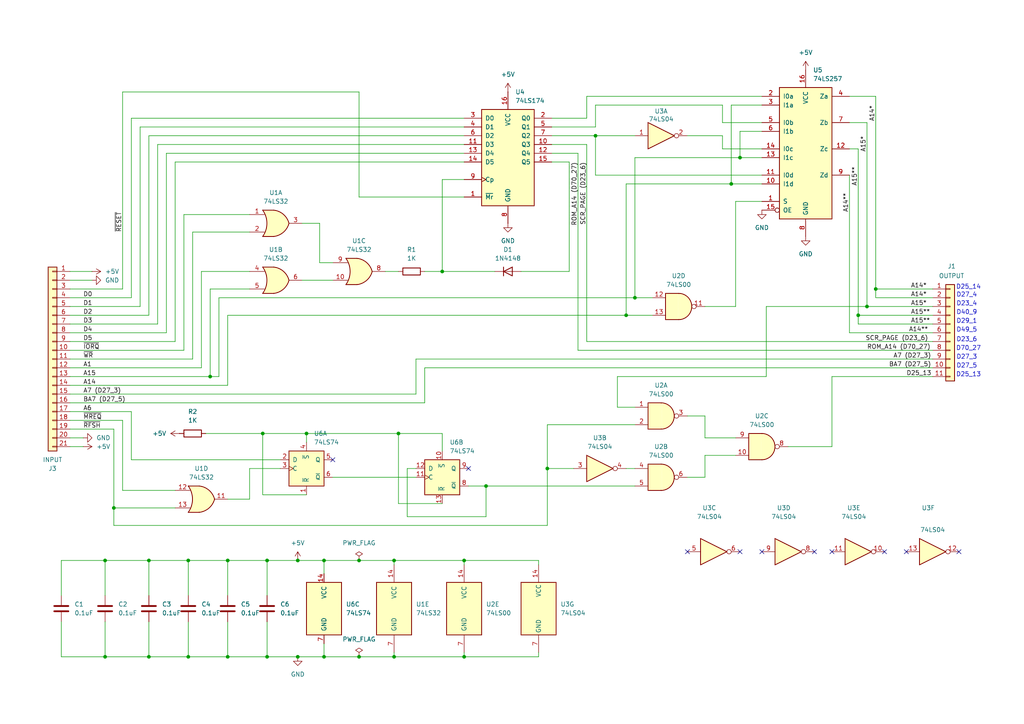
<source format=kicad_sch>
(kicad_sch (version 20250114) (generator "eeschema") (generator_version "9.0")
  (paper "A4")
  (lib_symbols
    (symbol "74xx:74LS00" (pin_names (offset 1.016))
      (property "Reference" "U" (at 0 1.27 0))
      (property "Value" "74LS00" (at 0 -1.27 0))
      (symbol "74LS00_1_1"
        (pin input line (at -7.62 2.54 0) (length 3.81) (name "~") (number "1"))
        (pin input line (at -7.62 -2.54 0) (length 3.81) (name "~") (number "2"))
        (pin output inverted (at 7.62 0 180) (length 3.81) (name "~") (number "3"))
      )
      (symbol "74LS00_1_2"
        (pin input inverted (at -7.62 2.54 0) (length 4.318) (name "~") (number "1"))
        (pin input inverted (at -7.62 -2.54 0) (length 4.318) (name "~") (number "2"))
        (pin output line (at 7.62 0 180) (length 3.81) (name "~") (number "3"))
      )
      (symbol "74LS00_2_1"
        (pin input line (at -7.62 2.54 0) (length 3.81) (name "~") (number "4"))
        (pin input line (at -7.62 -2.54 0) (length 3.81) (name "~") (number "5"))
        (pin output inverted (at 7.62 0 180) (length 3.81) (name "~") (number "6"))
      )
      (symbol "74LS00_2_2"
        (pin input inverted (at -7.62 2.54 0) (length 4.318) (name "~") (number "4"))
        (pin input inverted (at -7.62 -2.54 0) (length 4.318) (name "~") (number "5"))
        (pin output line (at 7.62 0 180) (length 3.81) (name "~") (number "6"))
      )
      (symbol "74LS00_3_1"
        (pin input line (at -7.62 2.54 0) (length 3.81) (name "~") (number "9"))
        (pin input line (at -7.62 -2.54 0) (length 3.81) (name "~") (number "10"))
        (pin output inverted (at 7.62 0 180) (length 3.81) (name "~") (number "8"))
      )
      (symbol "74LS00_3_2"
        (pin input inverted (at -7.62 2.54 0) (length 4.318) (name "~") (number "9"))
        (pin input inverted (at -7.62 -2.54 0) (length 4.318) (name "~") (number "10"))
        (pin output line (at 7.62 0 180) (length 3.81) (name "~") (number "8"))
      )
      (symbol "74LS00_4_1"
        (pin input line (at -7.62 2.54 0) (length 3.81) (name "~") (number "12"))
        (pin input line (at -7.62 -2.54 0) (length 3.81) (name "~") (number "13"))
        (pin output inverted (at 7.62 0 180) (length 3.81) (name "~") (number "11"))
      )
      (symbol "74LS00_4_2"
        (pin input inverted (at -7.62 2.54 0) (length 4.318) (name "~") (number "12"))
        (pin input inverted (at -7.62 -2.54 0) (length 4.318) (name "~") (number "13"))
        (pin output line (at 7.62 0 180) (length 3.81) (name "~") (number "11"))
      )
      (symbol "74LS00_5_0"
        (pin power_in line (at 0 12.7 270) (length 5.08) (name "VCC") (number "14"))
        (pin power_in line (at 0 -12.7 90) (length 5.08) (name "GND") (number "7"))
      )
    )
    (symbol "74xx:74LS04"
      (property "Reference" "U" (at 0 1.27 0))
      (property "Value" "74LS04" (at 0 -1.27 0))
      (symbol "74LS04_1_0"
        (pin input line (at -7.62 0 0) (length 3.81) (name "~") (number "1"))
        (pin output inverted (at 7.62 0 180) (length 3.81) (name "~") (number "2"))
      )
      (symbol "74LS04_2_0"
        (pin input line (at -7.62 0 0) (length 3.81) (name "~") (number "3"))
        (pin output inverted (at 7.62 0 180) (length 3.81) (name "~") (number "4"))
      )
      (symbol "74LS04_3_0"
        (pin input line (at -7.62 0 0) (length 3.81) (name "~") (number "5"))
        (pin output inverted (at 7.62 0 180) (length 3.81) (name "~") (number "6"))
      )
      (symbol "74LS04_4_0"
        (pin input line (at -7.62 0 0) (length 3.81) (name "~") (number "9"))
        (pin output inverted (at 7.62 0 180) (length 3.81) (name "~") (number "8"))
      )
      (symbol "74LS04_5_0"
        (pin input line (at -7.62 0 0) (length 3.81) (name "~") (number "11"))
        (pin output inverted (at 7.62 0 180) (length 3.81) (name "~") (number "10"))
      )
      (symbol "74LS04_6_0"
        (pin input line (at -7.62 0 0) (length 3.81) (name "~") (number "13"))
        (pin output inverted (at 7.62 0 180) (length 3.81) (name "~") (number "12"))
      )
      (symbol "74LS04_7_0"
        (pin power_in line (at 0 12.7 270) (length 5.08) (name "VCC") (number "14"))
        (pin power_in line (at 0 -12.7 90) (length 5.08) (name "GND") (number "7"))
      )
    )
    (symbol "74xx:74LS174" (pin_names (offset 1.016))
      (property "Reference" "U" (at -7.62 13.97 0))
      (property "Value" "74LS174" (at -7.62 -16.51 0))
      (symbol "74LS174_1_0"
        (pin input line (at -12.7 10.16 0) (length 5.08) (name "D0") (number "3"))
        (pin input line (at -12.7 7.62 0) (length 5.08) (name "D1") (number "4"))
        (pin input line (at -12.7 5.08 0) (length 5.08) (name "D2") (number "6"))
        (pin input line (at -12.7 2.54 0) (length 5.08) (name "D3") (number "11"))
        (pin input line (at -12.7 0 0) (length 5.08) (name "D4") (number "13"))
        (pin input line (at -12.7 -2.54 0) (length 5.08) (name "D5") (number "14"))
        (pin input clock (at -12.7 -7.62 0) (length 5.08) (name "Cp") (number "9"))
        (pin input line (at -12.7 -12.7 0) (length 5.08) (name "~{Mr}") (number "1"))
        (pin power_in line (at 0 17.78 270) (length 5.08) (name "VCC") (number "16"))
        (pin power_in line (at 0 -20.32 90) (length 5.08) (name "GND") (number "8"))
        (pin output line (at 12.7 10.16 180) (length 5.08) (name "Q0") (number "2"))
        (pin output line (at 12.7 7.62 180) (length 5.08) (name "Q1") (number "5"))
        (pin output line (at 12.7 5.08 180) (length 5.08) (name "Q2") (number "7"))
        (pin output line (at 12.7 2.54 180) (length 5.08) (name "Q3") (number "10"))
        (pin output line (at 12.7 0 180) (length 5.08) (name "Q4") (number "12"))
        (pin output line (at 12.7 -2.54 180) (length 5.08) (name "Q5") (number "15"))
      )
    )
    (symbol "74xx:74LS257" (pin_names (offset 1.016))
      (property "Reference" "U" (at -7.62 19.05 0))
      (property "Value" "74LS257" (at -7.62 -21.59 0))
      (symbol "74LS257_1_0"
        (pin input line (at -12.7 15.24 0) (length 5.08) (name "I0a") (number "2"))
        (pin input line (at -12.7 12.7 0) (length 5.08) (name "I1a") (number "3"))
        (pin input line (at -12.7 7.62 0) (length 5.08) (name "I0b") (number "5"))
        (pin input line (at -12.7 5.08 0) (length 5.08) (name "I1b") (number "6"))
        (pin input line (at -12.7 0 0) (length 5.08) (name "I0c") (number "14"))
        (pin input line (at -12.7 -2.54 0) (length 5.08) (name "I1c") (number "13"))
        (pin input line (at -12.7 -7.62 0) (length 5.08) (name "I0d") (number "11"))
        (pin input line (at -12.7 -10.16 0) (length 5.08) (name "I1d") (number "10"))
        (pin input line (at -12.7 -15.24 0) (length 5.08) (name "S") (number "1"))
        (pin input inverted (at -12.7 -17.78 0) (length 5.08) (name "OE") (number "15"))
        (pin power_in line (at 0 22.86 270) (length 5.08) (name "VCC") (number "16"))
        (pin power_in line (at 0 -25.4 90) (length 5.08) (name "GND") (number "8"))
        (pin tri_state line (at 12.7 15.24 180) (length 5.08) (name "Za") (number "4"))
        (pin tri_state line (at 12.7 7.62 180) (length 5.08) (name "Zb") (number "7"))
        (pin tri_state line (at 12.7 0 180) (length 5.08) (name "Zc") (number "12"))
        (pin tri_state line (at 12.7 -7.62 180) (length 5.08) (name "Zd") (number "9"))
      )
    )
    (symbol "74xx:74LS32" (pin_names (offset 1.016))
      (property "Reference" "U" (at 0 1.27 0))
      (property "Value" "74LS32" (at 0 -1.27 0))
      (symbol "74LS32_1_1"
        (pin input line (at -7.62 2.54 0) (length 4.318) (name "~") (number "1"))
        (pin input line (at -7.62 -2.54 0) (length 4.318) (name "~") (number "2"))
        (pin output line (at 7.62 0 180) (length 3.81) (name "~") (number "3"))
      )
      (symbol "74LS32_1_2"
        (pin input inverted (at -7.62 2.54 0) (length 3.81) (name "~") (number "1"))
        (pin input inverted (at -7.62 -2.54 0) (length 3.81) (name "~") (number "2"))
        (pin output inverted (at 7.62 0 180) (length 3.81) (name "~") (number "3"))
      )
      (symbol "74LS32_2_1"
        (pin input line (at -7.62 2.54 0) (length 4.318) (name "~") (number "4"))
        (pin input line (at -7.62 -2.54 0) (length 4.318) (name "~") (number "5"))
        (pin output line (at 7.62 0 180) (length 3.81) (name "~") (number "6"))
      )
      (symbol "74LS32_2_2"
        (pin input inverted (at -7.62 2.54 0) (length 3.81) (name "~") (number "4"))
        (pin input inverted (at -7.62 -2.54 0) (length 3.81) (name "~") (number "5"))
        (pin output inverted (at 7.62 0 180) (length 3.81) (name "~") (number "6"))
      )
      (symbol "74LS32_3_1"
        (pin input line (at -7.62 2.54 0) (length 4.318) (name "~") (number "9"))
        (pin input line (at -7.62 -2.54 0) (length 4.318) (name "~") (number "10"))
        (pin output line (at 7.62 0 180) (length 3.81) (name "~") (number "8"))
      )
      (symbol "74LS32_3_2"
        (pin input inverted (at -7.62 2.54 0) (length 3.81) (name "~") (number "9"))
        (pin input inverted (at -7.62 -2.54 0) (length 3.81) (name "~") (number "10"))
        (pin output inverted (at 7.62 0 180) (length 3.81) (name "~") (number "8"))
      )
      (symbol "74LS32_4_1"
        (pin input line (at -7.62 2.54 0) (length 4.318) (name "~") (number "12"))
        (pin input line (at -7.62 -2.54 0) (length 4.318) (name "~") (number "13"))
        (pin output line (at 7.62 0 180) (length 3.81) (name "~") (number "11"))
      )
      (symbol "74LS32_4_2"
        (pin input inverted (at -7.62 2.54 0) (length 3.81) (name "~") (number "12"))
        (pin input inverted (at -7.62 -2.54 0) (length 3.81) (name "~") (number "13"))
        (pin output inverted (at 7.62 0 180) (length 3.81) (name "~") (number "11"))
      )
      (symbol "74LS32_5_0"
        (pin power_in line (at 0 12.7 270) (length 5.08) (name "VCC") (number "14"))
        (pin power_in line (at 0 -12.7 90) (length 5.08) (name "GND") (number "7"))
      )
    )
    (symbol "74xx:74LS74" (pin_names (offset 1.016))
      (property "Reference" "U" (at -7.62 8.89 0))
      (property "Value" "74LS74" (at -7.62 -8.89 0))
      (symbol "74LS74_1_0"
        (pin input line (at -7.62 2.54 0) (length 2.54) (name "D") (number "2"))
        (pin input clock (at -7.62 0 0) (length 2.54) (name "C") (number "3"))
        (pin input line (at 0 7.62 270) (length 2.54) (name "~{S}") (number "4"))
        (pin input line (at 0 -7.62 90) (length 2.54) (name "~{R}") (number "1"))
        (pin output line (at 7.62 2.54 180) (length 2.54) (name "Q") (number "5"))
        (pin output line (at 7.62 -2.54 180) (length 2.54) (name "~{Q}") (number "6"))
      )
      (symbol "74LS74_2_0"
        (pin input line (at -7.62 2.54 0) (length 2.54) (name "D") (number "12"))
        (pin input clock (at -7.62 0 0) (length 2.54) (name "C") (number "11"))
        (pin input line (at 0 7.62 270) (length 2.54) (name "~{S}") (number "10"))
        (pin input line (at 0 -7.62 90) (length 2.54) (name "~{R}") (number "13"))
        (pin output line (at 7.62 2.54 180) (length 2.54) (name "Q") (number "9"))
        (pin output line (at 7.62 -2.54 180) (length 2.54) (name "~{Q}") (number "8"))
      )
      (symbol "74LS74_3_0"
        (pin power_in line (at 0 10.16 270) (length 2.54) (name "VCC") (number "14"))
        (pin power_in line (at 0 -10.16 90) (length 2.54) (name "GND") (number "7"))
      )
    )
    (symbol "Connector_Generic:Conn_01x11" (pin_names (offset 1.016) (hide yes))
      (property "Reference" "J" (at 0 15.24 0))
      (property "Value" "Conn_01x11" (at 0 -15.24 0))
      (symbol "Conn_01x11_1_1"
        (pin passive line (at -5.08 12.7 0) (length 3.81) (name "Pin_1") (number "1"))
        (pin passive line (at -5.08 10.16 0) (length 3.81) (name "Pin_2") (number "2"))
        (pin passive line (at -5.08 7.62 0) (length 3.81) (name "Pin_3") (number "3"))
        (pin passive line (at -5.08 5.08 0) (length 3.81) (name "Pin_4") (number "4"))
        (pin passive line (at -5.08 2.54 0) (length 3.81) (name "Pin_5") (number "5"))
        (pin passive line (at -5.08 0 0) (length 3.81) (name "Pin_6") (number "6"))
        (pin passive line (at -5.08 -2.54 0) (length 3.81) (name "Pin_7") (number "7"))
        (pin passive line (at -5.08 -5.08 0) (length 3.81) (name "Pin_8") (number "8"))
        (pin passive line (at -5.08 -7.62 0) (length 3.81) (name "Pin_9") (number "9"))
        (pin passive line (at -5.08 -10.16 0) (length 3.81) (name "Pin_10") (number "10"))
        (pin passive line (at -5.08 -12.7 0) (length 3.81) (name "Pin_11") (number "11"))
      )
    )
    (symbol "Connector_Generic:Conn_01x21" (pin_names (offset 1.016) (hide yes))
      (property "Reference" "J" (at 0 27.94 0))
      (property "Value" "Conn_01x21" (at 0 -27.94 0))
      (symbol "Conn_01x21_1_1"
        (pin passive line (at -5.08 25.4 0) (length 3.81) (name "Pin_1") (number "1"))
        (pin passive line (at -5.08 22.86 0) (length 3.81) (name "Pin_2") (number "2"))
        (pin passive line (at -5.08 20.32 0) (length 3.81) (name "Pin_3") (number "3"))
        (pin passive line (at -5.08 17.78 0) (length 3.81) (name "Pin_4") (number "4"))
        (pin passive line (at -5.08 15.24 0) (length 3.81) (name "Pin_5") (number "5"))
        (pin passive line (at -5.08 12.7 0) (length 3.81) (name "Pin_6") (number "6"))
        (pin passive line (at -5.08 10.16 0) (length 3.81) (name "Pin_7") (number "7"))
        (pin passive line (at -5.08 7.62 0) (length 3.81) (name "Pin_8") (number "8"))
        (pin passive line (at -5.08 5.08 0) (length 3.81) (name "Pin_9") (number "9"))
        (pin passive line (at -5.08 2.54 0) (length 3.81) (name "Pin_10") (number "10"))
        (pin passive line (at -5.08 0 0) (length 3.81) (name "Pin_11") (number "11"))
        (pin passive line (at -5.08 -2.54 0) (length 3.81) (name "Pin_12") (number "12"))
        (pin passive line (at -5.08 -5.08 0) (length 3.81) (name "Pin_13") (number "13"))
        (pin passive line (at -5.08 -7.62 0) (length 3.81) (name "Pin_14") (number "14"))
        (pin passive line (at -5.08 -10.16 0) (length 3.81) (name "Pin_15") (number "15"))
        (pin passive line (at -5.08 -12.7 0) (length 3.81) (name "Pin_16") (number "16"))
        (pin passive line (at -5.08 -15.24 0) (length 3.81) (name "Pin_17") (number "17"))
        (pin passive line (at -5.08 -17.78 0) (length 3.81) (name "Pin_18") (number "18"))
        (pin passive line (at -5.08 -20.32 0) (length 3.81) (name "Pin_19") (number "19"))
        (pin passive line (at -5.08 -22.86 0) (length 3.81) (name "Pin_20") (number "20"))
        (pin passive line (at -5.08 -25.4 0) (length 3.81) (name "Pin_21") (number "21"))
      )
    )
    (symbol "Device:C" (pin_numbers (hide yes)) (pin_names (offset 0.254))
      (property "Reference" "C" (at 0.635 2.54 0))
      (property "Value" "C" (at 0.635 -2.54 0))
      (symbol "C_1_1"
        (pin passive line (at 0 3.81 270) (length 2.794) (name "~") (number "1"))
        (pin passive line (at 0 -3.81 90) (length 2.794) (name "~") (number "2"))
      )
    )
    (symbol "Device:D" (pin_numbers (hide yes)) (pin_names (offset 1.016) (hide yes))
      (property "Reference" "D" (at 0 2.54 0))
      (property "Value" "D" (at 0 -2.54 0))
      (symbol "D_1_1"
        (pin passive line (at -3.81 0 0) (length 2.54) (name "K") (number "1"))
        (pin passive line (at 3.81 0 180) (length 2.54) (name "A") (number "2"))
      )
    )
    (symbol "Device:R" (pin_numbers (hide yes)) (pin_names (offset 0))
      (property "Reference" "R" (at 2.032 0 90))
      (property "Value" "R" (at 0 0 90))
      (symbol "R_1_1"
        (pin passive line (at 0 3.81 270) (length 1.27) (name "~") (number "1"))
        (pin passive line (at 0 -3.81 90) (length 1.27) (name "~") (number "2"))
      )
    )
    (symbol "power:+5V" (power) (pin_numbers (hide yes)) (pin_names (offset 0) (hide yes))
      (property "Value" "+5V" (at 0 3.556 0))
      (symbol "+5V_1_1"
        (pin power_in line (at 0 0 90) (length 0) (name "~") (number "1"))
      )
    )
    (symbol "power:GND" (power) (pin_numbers (hide yes)) (pin_names (offset 0) (hide yes))
      (property "Value" "GND" (at 0 -3.81 0))
      (symbol "GND_1_1"
        (pin power_in line (at 0 0 270) (length 0) (name "~") (number "1"))
      )
    )
    (symbol "power:PWR_FLAG" (power) (pin_numbers (hide yes)) (pin_names (offset 0) (hide yes))
      (property "Value" "PWR_FLAG" (at 0 3.81 0))
      (symbol "PWR_FLAG_0_0"
        (pin power_out line (at 0 0 90) (length 0) (name "~") (number "1"))
      )
    )
  )
  (text "D70_27" (at 280.924 101.092 0) (effects (font (size 1.27 1.27))))
  (text "D25_14" (at 280.924 83.312 0) (effects (font (size 1.27 1.27))))
  (text "D40_9" (at 280.416 90.678 0) (effects (font (size 1.27 1.27))))
  (text "D27_3" (at 280.416 103.632 0) (effects (font (size 1.27 1.27))))
  (text "D29_1" (at 280.416 93.218 0) (effects (font (size 1.27 1.27))))
  (text "D27_4" (at 280.416 85.598 0) (effects (font (size 1.27 1.27))))
  (text "D49_5" (at 280.416 95.758 0) (effects (font (size 1.27 1.27))))
  (text "D23_4" (at 280.416 88.138 0) (effects (font (size 1.27 1.27))))
  (text "D25_13" (at 280.924 108.712 0) (effects (font (size 1.27 1.27))))
  (text "D23_6" (at 280.416 98.552 0) (effects (font (size 1.27 1.27))))
  (text "D27_5" (at 280.416 106.172 0) (effects (font (size 1.27 1.27))))
  (junction (at 104.14 162.56))
  (junction (at 66.04 162.56))
  (junction (at 77.47 162.56))
  (junction (at 88.9 125.73))
  (junction (at 172.72 39.37))
  (junction (at 86.36 162.56))
  (junction (at 93.98 190.5))
  (junction (at 33.02 147.32))
  (junction (at 104.14 190.5))
  (junction (at 66.04 190.5))
  (junction (at 77.47 190.5))
  (junction (at 43.18 190.5))
  (junction (at 214.63 45.72))
  (junction (at 128.27 78.74))
  (junction (at 134.62 190.5))
  (junction (at 114.3 162.56))
  (junction (at 30.48 162.56))
  (junction (at 30.48 190.5))
  (junction (at 76.2 125.73))
  (junction (at 114.3 190.5))
  (junction (at 43.18 162.56))
  (junction (at 60.96 109.22))
  (junction (at 134.62 162.56))
  (junction (at 212.09 53.34))
  (junction (at 140.97 140.97))
  (junction (at 158.75 135.89))
  (junction (at 54.61 190.5))
  (junction (at 54.61 162.56))
  (junction (at 86.36 190.5))
  (junction (at 93.98 162.56))
  (junction (at 115.57 125.73))
  (junction (at 251.46 88.9))
  (junction (at 254 83.82))
  (junction (at 184.15 86.36))
  (junction (at 181.61 91.44))
  (junction (at 248.92 91.44))
  (no_connect (at 220.98 160.02))
  (no_connect (at 262.89 160.02))
  (no_connect (at 241.3 160.02))
  (no_connect (at 135.89 135.89))
  (no_connect (at 256.54 160.02))
  (no_connect (at 236.22 160.02))
  (no_connect (at 278.13 160.02))
  (no_connect (at 214.63 160.02))
  (no_connect (at 199.39 160.02))
  (no_connect (at 96.52 133.35))
  (wire (pts (xy 158.75 135.89) (xy 158.75 123.19)))
  (wire (pts (xy 199.39 138.43) (xy 204.47 138.43)))
  (wire (pts (xy 140.97 149.86) (xy 118.11 149.86)))
  (wire (pts (xy 96.52 81.28) (xy 87.63 81.28)))
  (wire (pts (xy 114.3 190.5) (xy 134.62 190.5)))
  (wire (pts (xy 30.48 180.34) (xy 30.48 190.5)))
  (wire (pts (xy 93.98 186.69) (xy 93.98 190.5)))
  (wire (pts (xy 134.62 39.37) (xy 43.18 39.37)))
  (wire (pts (xy 135.89 140.97) (xy 140.97 140.97)))
  (wire (pts (xy 50.8 142.24) (xy 35.56 142.24)))
  (wire (pts (xy 156.21 162.56) (xy 156.21 163.83)))
  (wire (pts (xy 160.02 44.45) (xy 167.64 44.45)))
  (wire (pts (xy 66.04 162.56) (xy 66.04 172.72)))
  (wire (pts (xy 38.1 133.35) (xy 38.1 119.38)))
  (wire (pts (xy 66.04 162.56) (xy 77.47 162.56)))
  (wire (pts (xy 77.47 190.5) (xy 86.36 190.5)))
  (wire (pts (xy 120.65 114.3) (xy 120.65 104.14)))
  (wire (pts (xy 76.2 125.73) (xy 88.9 125.73)))
  (wire (pts (xy 181.61 135.89) (xy 184.15 135.89)))
  (wire (pts (xy 17.78 180.34) (xy 17.78 190.5)))
  (wire (pts (xy 43.18 180.34) (xy 43.18 190.5)))
  (wire (pts (xy 17.78 162.56) (xy 30.48 162.56)))
  (wire (pts (xy 228.6 129.54) (xy 241.3 129.54)))
  (wire (pts (xy 213.36 58.42) (xy 220.98 58.42)))
  (wire (pts (xy 134.62 189.23) (xy 134.62 190.5)))
  (wire (pts (xy 158.75 123.19) (xy 184.15 123.19)))
  (wire (pts (xy 204.47 88.9) (xy 213.36 88.9)))
  (wire (pts (xy 214.63 45.72) (xy 220.98 45.72)))
  (wire (pts (xy 54.61 180.34) (xy 54.61 190.5)))
  (wire (pts (xy 165.1 78.74) (xy 151.13 78.74)))
  (wire (pts (xy 20.32 88.9) (xy 40.64 88.9)))
  (wire (pts (xy 87.63 64.77) (xy 92.71 64.77)))
  (wire (pts (xy 76.2 125.73) (xy 76.2 143.51)))
  (wire (pts (xy 20.32 99.06) (xy 50.8 99.06)))
  (wire (pts (xy 246.38 43.18) (xy 248.92 43.18)))
  (wire (pts (xy 220.98 50.8) (xy 172.72 50.8)))
  (wire (pts (xy 33.02 147.32) (xy 33.02 152.4)))
  (wire (pts (xy 140.97 140.97) (xy 184.15 140.97)))
  (wire (pts (xy 128.27 52.07) (xy 128.27 78.74)))
  (wire (pts (xy 158.75 152.4) (xy 158.75 135.89)))
  (wire (pts (xy 209.55 43.18) (xy 209.55 39.37)))
  (wire (pts (xy 209.55 35.56) (xy 209.55 30.48)))
  (wire (pts (xy 134.62 52.07) (xy 128.27 52.07)))
  (wire (pts (xy 214.63 45.72) (xy 184.15 45.72)))
  (wire (pts (xy 248.92 43.18) (xy 248.92 91.44)))
  (wire (pts (xy 86.36 162.56) (xy 93.98 162.56)))
  (wire (pts (xy 134.62 162.56) (xy 134.62 163.83)))
  (wire (pts (xy 204.47 127) (xy 204.47 120.65)))
  (wire (pts (xy 20.32 83.82) (xy 35.56 83.82)))
  (wire (pts (xy 88.9 143.51) (xy 76.2 143.51)))
  (wire (pts (xy 17.78 190.5) (xy 30.48 190.5)))
  (wire (pts (xy 30.48 162.56) (xy 43.18 162.56)))
  (wire (pts (xy 167.64 101.6) (xy 270.51 101.6)))
  (wire (pts (xy 54.61 162.56) (xy 66.04 162.56)))
  (wire (pts (xy 86.36 190.5) (xy 93.98 190.5)))
  (wire (pts (xy 241.3 109.22) (xy 270.51 109.22)))
  (wire (pts (xy 172.72 36.83) (xy 160.02 36.83)))
  (wire (pts (xy 63.5 109.22) (xy 63.5 86.36)))
  (wire (pts (xy 172.72 39.37) (xy 184.15 39.37)))
  (wire (pts (xy 77.47 180.34) (xy 77.47 190.5)))
  (wire (pts (xy 213.36 127) (xy 204.47 127)))
  (wire (pts (xy 38.1 86.36) (xy 38.1 34.29)))
  (wire (pts (xy 77.47 162.56) (xy 86.36 162.56)))
  (wire (pts (xy 60.96 109.22) (xy 60.96 83.82)))
  (wire (pts (xy 114.3 162.56) (xy 134.62 162.56)))
  (wire (pts (xy 59.69 125.73) (xy 76.2 125.73)))
  (wire (pts (xy 43.18 190.5) (xy 54.61 190.5)))
  (wire (pts (xy 24.13 129.54) (xy 20.32 129.54)))
  (wire (pts (xy 54.61 162.56) (xy 54.61 172.72)))
  (wire (pts (xy 172.72 39.37) (xy 160.02 39.37)))
  (wire (pts (xy 246.38 35.56) (xy 251.46 35.56)))
  (wire (pts (xy 128.27 125.73) (xy 115.57 125.73)))
  (wire (pts (xy 92.71 64.77) (xy 92.71 76.2)))
  (wire (pts (xy 104.14 57.15) (xy 134.62 57.15)))
  (wire (pts (xy 170.18 34.29) (xy 170.18 27.94)))
  (wire (pts (xy 128.27 130.81) (xy 128.27 125.73)))
  (wire (pts (xy 246.38 96.52) (xy 270.51 96.52)))
  (wire (pts (xy 134.62 44.45) (xy 48.26 44.45)))
  (wire (pts (xy 40.64 36.83) (xy 134.62 36.83)))
  (wire (pts (xy 212.09 30.48) (xy 212.09 53.34)))
  (wire (pts (xy 172.72 50.8) (xy 172.72 39.37)))
  (wire (pts (xy 209.55 30.48) (xy 172.72 30.48)))
  (wire (pts (xy 20.32 96.52) (xy 48.26 96.52)))
  (wire (pts (xy 48.26 44.45) (xy 48.26 96.52)))
  (wire (pts (xy 254 27.94) (xy 254 83.82)))
  (wire (pts (xy 45.72 41.91) (xy 45.72 93.98)))
  (wire (pts (xy 170.18 41.91) (xy 170.18 99.06)))
  (wire (pts (xy 50.8 99.06) (xy 50.8 46.99)))
  (wire (pts (xy 181.61 91.44) (xy 181.61 53.34)))
  (wire (pts (xy 118.11 135.89) (xy 120.65 135.89)))
  (wire (pts (xy 43.18 162.56) (xy 43.18 172.72)))
  (wire (pts (xy 20.32 114.3) (xy 120.65 114.3)))
  (wire (pts (xy 60.96 83.82) (xy 72.39 83.82)))
  (wire (pts (xy 20.32 106.68) (xy 58.42 106.68)))
  (wire (pts (xy 43.18 162.56) (xy 54.61 162.56)))
  (wire (pts (xy 24.13 127) (xy 20.32 127)))
  (wire (pts (xy 134.62 190.5) (xy 156.21 190.5)))
  (wire (pts (xy 248.92 91.44) (xy 270.51 91.44)))
  (wire (pts (xy 50.8 46.99) (xy 134.62 46.99)))
  (wire (pts (xy 63.5 86.36) (xy 184.15 86.36)))
  (wire (pts (xy 35.56 26.67) (xy 104.14 26.67)))
  (wire (pts (xy 251.46 88.9) (xy 222.25 88.9)))
  (wire (pts (xy 20.32 109.22) (xy 60.96 109.22)))
  (wire (pts (xy 20.32 91.44) (xy 43.18 91.44)))
  (wire (pts (xy 54.61 190.5) (xy 66.04 190.5)))
  (wire (pts (xy 96.52 138.43) (xy 120.65 138.43)))
  (wire (pts (xy 17.78 172.72) (xy 17.78 162.56)))
  (wire (pts (xy 128.27 146.05) (xy 115.57 146.05)))
  (wire (pts (xy 204.47 138.43) (xy 204.47 132.08)))
  (wire (pts (xy 160.02 34.29) (xy 170.18 34.29)))
  (wire (pts (xy 66.04 190.5) (xy 77.47 190.5)))
  (wire (pts (xy 66.04 180.34) (xy 66.04 190.5)))
  (wire (pts (xy 35.56 83.82) (xy 35.56 26.67)))
  (wire (pts (xy 60.96 109.22) (xy 63.5 109.22)))
  (wire (pts (xy 120.65 104.14) (xy 270.51 104.14)))
  (wire (pts (xy 114.3 162.56) (xy 114.3 163.83)))
  (wire (pts (xy 72.39 144.78) (xy 66.04 144.78)))
  (wire (pts (xy 172.72 30.48) (xy 172.72 36.83)))
  (wire (pts (xy 58.42 106.68) (xy 58.42 78.74)))
  (wire (pts (xy 40.64 88.9) (xy 40.64 36.83)))
  (wire (pts (xy 93.98 162.56) (xy 104.14 162.56)))
  (wire (pts (xy 251.46 88.9) (xy 270.51 88.9)))
  (wire (pts (xy 30.48 190.5) (xy 43.18 190.5)))
  (wire (pts (xy 248.92 91.44) (xy 248.92 93.98)))
  (wire (pts (xy 241.3 129.54) (xy 241.3 109.22)))
  (wire (pts (xy 20.32 124.46) (xy 33.02 124.46)))
  (wire (pts (xy 20.32 86.36) (xy 38.1 86.36)))
  (wire (pts (xy 160.02 46.99) (xy 165.1 46.99)))
  (wire (pts (xy 134.62 41.91) (xy 45.72 41.91)))
  (wire (pts (xy 72.39 135.89) (xy 81.28 135.89)))
  (wire (pts (xy 158.75 135.89) (xy 166.37 135.89)))
  (wire (pts (xy 93.98 190.5) (xy 104.14 190.5)))
  (wire (pts (xy 20.32 93.98) (xy 45.72 93.98)))
  (wire (pts (xy 38.1 34.29) (xy 134.62 34.29)))
  (wire (pts (xy 181.61 53.34) (xy 212.09 53.34)))
  (wire (pts (xy 88.9 125.73) (xy 88.9 128.27)))
  (wire (pts (xy 213.36 88.9) (xy 213.36 58.42)))
  (wire (pts (xy 123.19 78.74) (xy 128.27 78.74)))
  (wire (pts (xy 170.18 99.06) (xy 270.51 99.06)))
  (wire (pts (xy 115.57 125.73) (xy 88.9 125.73)))
  (wire (pts (xy 53.34 62.23) (xy 72.39 62.23)))
  (wire (pts (xy 246.38 50.8) (xy 246.38 96.52)))
  (wire (pts (xy 204.47 132.08) (xy 213.36 132.08)))
  (wire (pts (xy 66.04 91.44) (xy 181.61 91.44)))
  (wire (pts (xy 251.46 35.56) (xy 251.46 88.9)))
  (wire (pts (xy 72.39 144.78) (xy 72.39 135.89)))
  (wire (pts (xy 184.15 86.36) (xy 189.23 86.36)))
  (wire (pts (xy 214.63 38.1) (xy 214.63 45.72)))
  (wire (pts (xy 104.14 162.56) (xy 114.3 162.56)))
  (wire (pts (xy 104.14 190.5) (xy 114.3 190.5)))
  (wire (pts (xy 81.28 133.35) (xy 38.1 133.35)))
  (wire (pts (xy 66.04 111.76) (xy 66.04 91.44)))
  (wire (pts (xy 114.3 189.23) (xy 114.3 190.5)))
  (wire (pts (xy 33.02 152.4) (xy 158.75 152.4)))
  (wire (pts (xy 254 83.82) (xy 270.51 83.82)))
  (wire (pts (xy 20.32 111.76) (xy 66.04 111.76)))
  (wire (pts (xy 212.09 53.34) (xy 220.98 53.34)))
  (wire (pts (xy 118.11 149.86) (xy 118.11 135.89)))
  (wire (pts (xy 179.07 118.11) (xy 184.15 118.11)))
  (wire (pts (xy 55.88 104.14) (xy 55.88 67.31)))
  (wire (pts (xy 53.34 101.6) (xy 53.34 62.23)))
  (wire (pts (xy 170.18 27.94) (xy 220.98 27.94)))
  (wire (pts (xy 248.92 93.98) (xy 270.51 93.98)))
  (wire (pts (xy 220.98 43.18) (xy 209.55 43.18)))
  (wire (pts (xy 270.51 86.36) (xy 254 86.36)))
  (wire (pts (xy 209.55 39.37) (xy 199.39 39.37)))
  (wire (pts (xy 179.07 109.22) (xy 179.07 118.11)))
  (wire (pts (xy 30.48 162.56) (xy 30.48 172.72)))
  (wire (pts (xy 123.19 106.68) (xy 270.51 106.68)))
  (wire (pts (xy 156.21 190.5) (xy 156.21 189.23)))
  (wire (pts (xy 160.02 41.91) (xy 170.18 41.91)))
  (wire (pts (xy 33.02 124.46) (xy 33.02 147.32)))
  (wire (pts (xy 222.25 109.22) (xy 179.07 109.22)))
  (wire (pts (xy 115.57 78.74) (xy 111.76 78.74)))
  (wire (pts (xy 220.98 35.56) (xy 209.55 35.56)))
  (wire (pts (xy 33.02 147.32) (xy 50.8 147.32)))
  (wire (pts (xy 20.32 116.84) (xy 123.19 116.84)))
  (wire (pts (xy 93.98 162.56) (xy 93.98 166.37)))
  (wire (pts (xy 26.67 78.74) (xy 20.32 78.74)))
  (wire (pts (xy 184.15 45.72) (xy 184.15 86.36)))
  (wire (pts (xy 165.1 46.99) (xy 165.1 78.74)))
  (wire (pts (xy 77.47 162.56) (xy 77.47 172.72)))
  (wire (pts (xy 43.18 39.37) (xy 43.18 91.44)))
  (wire (pts (xy 246.38 27.94) (xy 254 27.94)))
  (wire (pts (xy 254 86.36) (xy 254 83.82)))
  (wire (pts (xy 20.32 104.14) (xy 55.88 104.14)))
  (wire (pts (xy 20.32 121.92) (xy 35.56 121.92)))
  (wire (pts (xy 104.14 26.67) (xy 104.14 57.15)))
  (wire (pts (xy 123.19 116.84) (xy 123.19 106.68)))
  (wire (pts (xy 181.61 91.44) (xy 189.23 91.44)))
  (wire (pts (xy 115.57 125.73) (xy 115.57 146.05)))
  (wire (pts (xy 220.98 30.48) (xy 212.09 30.48)))
  (wire (pts (xy 134.62 162.56) (xy 156.21 162.56)))
  (wire (pts (xy 20.32 101.6) (xy 53.34 101.6)))
  (wire (pts (xy 128.27 78.74) (xy 143.51 78.74)))
  (wire (pts (xy 55.88 67.31) (xy 72.39 67.31)))
  (wire (pts (xy 222.25 88.9) (xy 222.25 109.22)))
  (wire (pts (xy 220.98 38.1) (xy 214.63 38.1)))
  (wire (pts (xy 140.97 140.97) (xy 140.97 149.86)))
  (wire (pts (xy 58.42 78.74) (xy 72.39 78.74)))
  (wire (pts (xy 26.67 81.28) (xy 20.32 81.28)))
  (wire (pts (xy 20.32 119.38) (xy 38.1 119.38)))
  (wire (pts (xy 167.64 44.45) (xy 167.64 101.6)))
  (wire (pts (xy 204.47 120.65) (xy 199.39 120.65)))
  (wire (pts (xy 92.71 76.2) (xy 96.52 76.2)))
  (wire (pts (xy 35.56 142.24) (xy 35.56 121.92)))
  (label "D4" (at 24.13 96.52 0))
  (label "A14*" (at 254 30.48 270))
  (label "A6" (at 24.13 119.38 0))
  (label "D5" (at 24.13 99.06 0))
  (label "A14*" (at 264.16 86.36 0))
  (label "D3" (at 24.13 93.98 0))
  (label "ROM_A14 (D70_27)" (at 167.64 46.99 270))
  (label "A15**" (at 264.16 93.98 0))
  (label "~{WR}" (at 24.13 104.14 0))
  (label "A7 (D27_3)" (at 24.13 114.3 0))
  (label "A15**" (at 248.92 48.26 270))
  (label "A15" (at 24.13 109.22 0))
  (label "SCR_PAGE (D23_6)" (at 170.18 46.99 270))
  (label "BA7 (D27_5)" (at 257.81 106.68 0))
  (label "A14*" (at 264.16 83.82 0))
  (label "~{IORQ}" (at 24.13 101.6 0))
  (label "A15*" (at 251.46 39.37 270))
  (label "BA7 (D27_5)" (at 24.13 116.84 0))
  (label "A7 (D27_3)" (at 259.08 104.14 0))
  (label "D0" (at 24.13 86.36 0))
  (label "A14**" (at 246.38 55.88 270))
  (label "~{RFSH}" (at 24.13 124.46 0))
  (label "D2" (at 24.13 91.44 0))
  (label "~{MREQ}" (at 24.13 121.92 0))
  (label "D25_13" (at 262.89 109.22 0))
  (label "D1" (at 24.13 88.9 0))
  (label "A15*" (at 264.16 88.9 0))
  (label "A1" (at 24.13 106.68 0))
  (label "SCR_PAGE (D23_6)" (at 269.24 99.06 180))
  (label "A14" (at 24.13 111.76 0))
  (label "A14**" (at 269.24 96.52 180))
  (label "A15**" (at 264.16 91.44 0))
  (label "ROM_A14 (D70_27)" (at 251.46 101.6 0))
  (label "~{RESET}" (at 35.56 67.31 90))
  (symbol (lib_id "power:+5V") (at 86.36 162.56 0) (unit 1)
    (property "Reference" "#PWR09" (effects (hide yes)))
    (property "Value" "+5V" (at 86.36 157.48 0))
    (property "Description" "Power symbol creates a global label with name \"+5V\"" (effects (hide yes)))
  )
  (symbol (lib_id "74xx:74LS00") (at 191.77 120.65 0) (unit 1)
    (property "Reference" "U2" (at 191.7617 111.76 0))
    (property "Value" "74LS00" (at 191.7617 114.3 0))
    (property "Footprint" "Package_DIP:DIP-14_W7.62mm_Socket_LongPads" (effects (hide yes)))
    (property "Datasheet" "http://www.ti.com/lit/gpn/sn74ls00" (effects (hide yes)))
    (property "Description" "quad 2-input NAND gate" (effects (hide yes)))
  )
  (symbol (lib_id "74xx:74LS00") (at 191.77 138.43 0) (unit 2)
    (property "Reference" "U2" (at 191.7617 129.54 0))
    (property "Value" "74LS00" (at 191.7617 132.08 0))
    (property "Footprint" "Package_DIP:DIP-14_W7.62mm_Socket_LongPads" (effects (hide yes)))
    (property "Datasheet" "http://www.ti.com/lit/gpn/sn74ls00" (effects (hide yes)))
    (property "Description" "quad 2-input NAND gate" (effects (hide yes)))
  )
  (symbol (lib_id "power:+5V") (at 26.67 78.74 270) (unit 1)
    (property "Reference" "#PWR02" (effects (hide yes)))
    (property "Value" "+5V" (at 30.48 78.7399 90) (effects (justify left)))
    (property "Description" "Power symbol creates a global label with name \"+5V\"" (effects (hide yes)))
  )
  (symbol (lib_id "Device:C") (at 77.47 176.53 0) (unit 1)
    (property "Reference" "C6" (at 81.28 175.2599 0) (effects (justify left)))
    (property "Value" "0.1uF" (at 81.28 177.7999 0) (effects (justify left)))
    (property "Footprint" "Capacitor_THT:C_Disc_D7.5mm_W2.5mm_P5.00mm" (effects (hide yes)))
    (property "Description" "Unpolarized capacitor" (effects (hide yes)))
  )
  (symbol (lib_id "74xx:74LS174") (at 147.32 44.45 0) (unit 1)
    (property "Reference" "U4" (at 149.4633 26.67 0) (effects (justify left)))
    (property "Value" "74LS174" (at 149.4633 29.21 0) (effects (justify left)))
    (property "Footprint" "Package_DIP:DIP-16_W7.62mm_Socket_LongPads" (effects (hide yes)))
    (property "Datasheet" "http://www.ti.com/lit/gpn/sn74LS174" (effects (hide yes)))
    (property "Description" "Hex D-type Flip-Flop, reset" (effects (hide yes)))
  )
  (symbol (lib_id "74xx:74LS32") (at 58.42 144.78 0) (unit 4)
    (property "Reference" "U1" (at 58.42 135.89 0))
    (property "Value" "74LS32" (at 58.42 138.43 0))
    (property "Footprint" "Package_DIP:DIP-14_W7.62mm_Socket_LongPads" (effects (hide yes)))
    (property "Datasheet" "http://www.ti.com/lit/gpn/sn74LS32" (effects (hide yes)))
    (property "Description" "Quad 2-input OR" (effects (hide yes)))
  )
  (symbol (lib_id "power:GND") (at 24.13 127 90) (unit 1)
    (property "Reference" "#PWR012" (effects (hide yes)))
    (property "Value" "GND" (at 27.94 126.9999 90) (effects (justify right)))
    (property "Description" "Power symbol creates a global label with name \"GND\" , ground" (effects (hide yes)))
  )
  (symbol (lib_id "power:GND") (at 147.32 64.77 0) (unit 1)
    (property "Reference" "#PWR05" (effects (hide yes)))
    (property "Value" "GND" (at 147.32 69.85 0))
    (property "Description" "Power symbol creates a global label with name \"GND\" , ground" (effects (hide yes)))
  )
  (symbol (lib_id "74xx:74LS04") (at 173.99 135.89 0) (unit 2)
    (property "Reference" "U3" (at 173.99 127 0))
    (property "Value" "74LS04" (at 173.99 129.54 0))
    (property "Footprint" "Package_DIP:DIP-14_W7.62mm_Socket_LongPads" (effects (hide yes)))
    (property "Datasheet" "http://www.ti.com/lit/gpn/sn74LS04" (effects (hide yes)))
    (property "Description" "Hex Inverter" (effects (hide yes)))
  )
  (symbol (lib_id "74xx:74LS74") (at 88.9 135.89 0) (unit 1)
    (property "Reference" "U6" (at 91.0433 125.73 0) (effects (justify left)))
    (property "Value" "74LS74" (at 91.0433 128.27 0) (effects (justify left)))
    (property "Footprint" "Package_DIP:DIP-14_W7.62mm_Socket_LongPads" (effects (hide yes)))
    (property "Datasheet" "74xx/74hc_hct74.pdf" (effects (hide yes)))
    (property "Description" "Dual D Flip-flop, Set & Reset" (effects (hide yes)))
  )
  (symbol (lib_id "Device:C") (at 43.18 176.53 0) (unit 1)
    (property "Reference" "C3" (at 46.99 175.2599 0) (effects (justify left)))
    (property "Value" "0.1uF" (at 46.99 177.7999 0) (effects (justify left)))
    (property "Footprint" "Capacitor_THT:C_Disc_D7.5mm_W2.5mm_P5.00mm" (effects (hide yes)))
    (property "Description" "Unpolarized capacitor" (effects (hide yes)))
  )
  (symbol (lib_id "74xx:74LS32") (at 114.3 176.53 0) (unit 5)
    (property "Reference" "U1" (at 120.65 175.2599 0) (effects (justify left)))
    (property "Value" "74LS32" (at 120.65 177.7999 0) (effects (justify left)))
    (property "Footprint" "Package_DIP:DIP-14_W7.62mm_Socket_LongPads" (effects (hide yes)))
    (property "Datasheet" "http://www.ti.com/lit/gpn/sn74LS32" (effects (hide yes)))
    (property "Description" "Quad 2-input OR" (effects (hide yes)))
  )
  (symbol (lib_id "power:GND") (at 220.98 60.96 0) (unit 1)
    (property "Reference" "#PWR04" (effects (hide yes)))
    (property "Value" "GND" (at 220.98 66.04 0))
    (property "Description" "Power symbol creates a global label with name \"GND\" , ground" (effects (hide yes)))
  )
  (symbol (lib_id "power:GND") (at 86.36 190.5 0) (unit 1)
    (property "Reference" "#PWR010" (effects (hide yes)))
    (property "Value" "GND" (at 86.36 195.58 0))
    (property "Description" "Power symbol creates a global label with name \"GND\" , ground" (effects (hide yes)))
  )
  (symbol (lib_id "Device:C") (at 66.04 176.53 0) (unit 1)
    (property "Reference" "C5" (at 69.85 175.2599 0) (effects (justify left)))
    (property "Value" "0.1uF" (at 69.85 177.7999 0) (effects (justify left)))
    (property "Footprint" "Capacitor_THT:C_Disc_D7.5mm_W2.5mm_P5.00mm" (effects (hide yes)))
    (property "Description" "Unpolarized capacitor" (effects (hide yes)))
  )
  (symbol (lib_id "Device:R") (at 55.88 125.73 90) (unit 1)
    (property "Reference" "R2" (at 55.88 119.38 90))
    (property "Value" "1K" (at 55.88 121.92 90))
    (property "Footprint" "Resistor_THT:R_Axial_DIN0207_L6.3mm_D2.5mm_P10.16mm_Horizontal" (effects (hide yes)))
    (property "Description" "Resistor" (effects (hide yes)))
  )
  (symbol (lib_id "74xx:74LS32") (at 104.14 78.74 0) (unit 3)
    (property "Reference" "U1" (at 104.14 69.85 0))
    (property "Value" "74LS32" (at 104.14 72.39 0))
    (property "Footprint" "Package_DIP:DIP-14_W7.62mm_Socket_LongPads" (effects (hide yes)))
    (property "Datasheet" "http://www.ti.com/lit/gpn/sn74LS32" (effects (hide yes)))
    (property "Description" "Quad 2-input OR" (effects (hide yes)))
  )
  (symbol (lib_id "74xx:74LS32") (at 80.01 81.28 0) (unit 2)
    (property "Reference" "U1" (at 80.01 72.39 0))
    (property "Value" "74LS32" (at 80.01 74.93 0))
    (property "Footprint" "Package_DIP:DIP-14_W7.62mm_Socket_LongPads" (effects (hide yes)))
    (property "Datasheet" "http://www.ti.com/lit/gpn/sn74LS32" (effects (hide yes)))
    (property "Description" "Quad 2-input OR" (effects (hide yes)))
  )
  (symbol (lib_id "Connector_Generic:Conn_01x21") (at 15.24 104.14 0) (mirror y) (unit 1)
    (property "Reference" "J3" (at 15.24 135.89 0))
    (property "Value" "INPUT" (at 15.24 133.35 0))
    (property "Footprint" "Connector_PinHeader_2.54mm:PinHeader_1x21_P2.54mm_Vertical" (effects (hide yes)))
    (property "Description" "Generic connector, single row, 01x21, script generated (kicad-library-utils/schlib/autogen/connector/)" (effects (hide yes)))
  )
  (symbol (lib_id "Device:C") (at 17.78 176.53 0) (unit 1)
    (property "Reference" "C1" (at 21.59 175.2599 0) (effects (justify left)))
    (property "Value" "0.1uF" (at 21.59 177.7999 0) (effects (justify left)))
    (property "Footprint" "Capacitor_THT:C_Disc_D7.5mm_W2.5mm_P5.00mm" (effects (hide yes)))
    (property "Description" "Unpolarized capacitor" (effects (hide yes)))
  )
  (symbol (lib_id "power:GND") (at 233.68 68.58 0) (unit 1)
    (property "Reference" "#PWR06" (effects (hide yes)))
    (property "Value" "GND" (at 233.68 73.66 0))
    (property "Description" "Power symbol creates a global label with name \"GND\" , ground" (effects (hide yes)))
  )
  (symbol (lib_id "power:PWR_FLAG") (at 104.14 190.5 0) (unit 1)
    (property "Reference" "#FLG02" (effects (hide yes)))
    (property "Value" "PWR_FLAG" (at 104.14 185.42 0))
    (property "Description" "Special symbol for telling ERC where power comes from" (effects (hide yes)))
  )
  (symbol (lib_id "power:+5V") (at 52.07 125.73 90) (unit 1)
    (property "Reference" "#PWR01" (effects (hide yes)))
    (property "Value" "+5V" (at 48.26 125.7299 90) (effects (justify left)))
    (property "Description" "Power symbol creates a global label with name \"+5V\"" (effects (hide yes)))
  )
  (symbol (lib_id "Device:D") (at 147.32 78.74 0) (unit 1)
    (property "Reference" "D1" (at 147.32 72.39 0))
    (property "Value" "1N4148" (at 147.32 74.93 0))
    (property "Footprint" "Diode_THT:D_DO-35_SOD27_P10.16mm_Horizontal" (effects (hide yes)))
    (property "Description" "Diode" (effects (hide yes)))
    (property "Sim.Device" "D" (effects (hide yes)))
    (property "Sim.Pins" "1=K 2=A" (effects (hide yes)))
  )
  (symbol (lib_id "74xx:74LS00") (at 134.62 176.53 0) (unit 5)
    (property "Reference" "U2" (at 140.97 175.2599 0) (effects (justify left)))
    (property "Value" "74LS00" (at 140.97 177.7999 0) (effects (justify left)))
    (property "Footprint" "Package_DIP:DIP-14_W7.62mm_Socket_LongPads" (effects (hide yes)))
    (property "Datasheet" "http://www.ti.com/lit/gpn/sn74ls00" (effects (hide yes)))
    (property "Description" "quad 2-input NAND gate" (effects (hide yes)))
  )
  (symbol (lib_id "Device:C") (at 30.48 176.53 0) (unit 1)
    (property "Reference" "C2" (at 34.29 175.2599 0) (effects (justify left)))
    (property "Value" "0.1uF" (at 34.29 177.7999 0) (effects (justify left)))
    (property "Footprint" "Capacitor_THT:C_Disc_D7.5mm_W2.5mm_P5.00mm" (effects (hide yes)))
    (property "Description" "Unpolarized capacitor" (effects (hide yes)))
  )
  (symbol (lib_id "power:+5V") (at 233.68 20.32 0) (unit 1)
    (property "Reference" "#PWR08" (effects (hide yes)))
    (property "Value" "+5V" (at 233.68 15.24 0))
    (property "Description" "Power symbol creates a global label with name \"+5V\"" (effects (hide yes)))
  )
  (symbol (lib_id "power:PWR_FLAG") (at 104.14 162.56 0) (unit 1)
    (property "Reference" "#FLG01" (effects (hide yes)))
    (property "Value" "PWR_FLAG" (at 104.14 157.48 0))
    (property "Description" "Special symbol for telling ERC where power comes from" (effects (hide yes)))
  )
  (symbol (lib_id "74xx:74LS04") (at 191.77 39.37 0) (unit 1)
    (property "Reference" "U3" (at 191.77 32.258 0))
    (property "Value" "74LS04" (at 191.77 34.544 0))
    (property "Footprint" "Package_DIP:DIP-14_W7.62mm_Socket_LongPads" (effects (hide yes)))
    (property "Datasheet" "http://www.ti.com/lit/gpn/sn74LS04" (effects (hide yes)))
    (property "Description" "Hex Inverter" (effects (hide yes)))
  )
  (symbol (lib_id "74xx:74LS74") (at 128.27 138.43 0) (unit 2)
    (property "Reference" "U6" (at 130.4133 128.27 0) (effects (justify left)))
    (property "Value" "74LS74" (at 130.4133 130.81 0) (effects (justify left)))
    (property "Footprint" "Package_DIP:DIP-14_W7.62mm_Socket_LongPads" (effects (hide yes)))
    (property "Datasheet" "74xx/74hc_hct74.pdf" (effects (hide yes)))
    (property "Description" "Dual D Flip-flop, Set & Reset" (effects (hide yes)))
  )
  (symbol (lib_id "74xx:74LS00") (at 220.98 129.54 0) (unit 3)
    (property "Reference" "U2" (at 220.9717 120.65 0))
    (property "Value" "74LS00" (at 220.9717 123.19 0))
    (property "Footprint" "Package_DIP:DIP-14_W7.62mm_Socket_LongPads" (effects (hide yes)))
    (property "Datasheet" "http://www.ti.com/lit/gpn/sn74ls00" (effects (hide yes)))
    (property "Description" "quad 2-input NAND gate" (effects (hide yes)))
  )
  (symbol (lib_id "power:+5V") (at 24.13 129.54 270) (unit 1)
    (property "Reference" "#PWR011" (effects (hide yes)))
    (property "Value" "+5V" (at 27.94 129.5399 90) (effects (justify left)))
    (property "Description" "Power symbol creates a global label with name \"+5V\"" (effects (hide yes)))
  )
  (symbol (lib_id "74xx:74LS32") (at 80.01 64.77 0) (unit 1)
    (property "Reference" "U1" (at 80.01 55.88 0))
    (property "Value" "74LS32" (at 80.01 58.42 0))
    (property "Footprint" "Package_DIP:DIP-14_W7.62mm_Socket_LongPads" (effects (hide yes)))
    (property "Datasheet" "http://www.ti.com/lit/gpn/sn74LS32" (effects (hide yes)))
    (property "Description" "Quad 2-input OR" (effects (hide yes)))
  )
  (symbol (lib_id "74xx:74LS04") (at 228.6 160.02 0) (unit 4)
    (property "Reference" "U3" (at 227.33 147.32 0))
    (property "Value" "74LS04" (at 227.33 149.86 0))
    (property "Footprint" "Package_DIP:DIP-14_W7.62mm_Socket_LongPads" (effects (hide yes)))
    (property "Datasheet" "http://www.ti.com/lit/gpn/sn74LS04" (effects (hide yes)))
    (property "Description" "Hex Inverter" (effects (hide yes)))
  )
  (symbol (lib_id "74xx:74LS74") (at 93.98 176.53 0) (unit 3)
    (property "Reference" "U6" (at 100.33 175.2599 0) (effects (justify left)))
    (property "Value" "74LS74" (at 100.33 177.7999 0) (effects (justify left)))
    (property "Footprint" "Package_DIP:DIP-14_W7.62mm_Socket_LongPads" (effects (hide yes)))
    (property "Datasheet" "74xx/74hc_hct74.pdf" (effects (hide yes)))
    (property "Description" "Dual D Flip-flop, Set & Reset" (effects (hide yes)))
  )
  (symbol (lib_id "74xx:74LS00") (at 196.85 88.9 0) (unit 4)
    (property "Reference" "U2" (at 196.8417 80.01 0))
    (property "Value" "74LS00" (at 196.8417 82.55 0))
    (property "Footprint" "Package_DIP:DIP-14_W7.62mm_Socket_LongPads" (effects (hide yes)))
    (property "Datasheet" "http://www.ti.com/lit/gpn/sn74ls00" (effects (hide yes)))
    (property "Description" "quad 2-input NAND gate" (effects (hide yes)))
  )
  (symbol (lib_id "74xx:74LS04") (at 270.51 160.02 0) (unit 6)
    (property "Reference" "U3" (at 269.24 147.32 0))
    (property "Value" "74LS04" (at 270.51 153.67 0))
    (property "Footprint" "Package_DIP:DIP-14_W7.62mm_Socket_LongPads" (effects (hide yes)))
    (property "Datasheet" "http://www.ti.com/lit/gpn/sn74LS04" (effects (hide yes)))
    (property "Description" "Hex Inverter" (effects (hide yes)))
  )
  (symbol (lib_id "Device:R") (at 119.38 78.74 90) (unit 1)
    (property "Reference" "R1" (at 119.38 72.39 90))
    (property "Value" "1K" (at 119.38 74.93 90))
    (property "Footprint" "Resistor_THT:R_Axial_DIN0207_L6.3mm_D2.5mm_P10.16mm_Horizontal" (effects (hide yes)))
    (property "Description" "Resistor" (effects (hide yes)))
  )
  (symbol (lib_id "74xx:74LS04") (at 207.01 160.02 0) (unit 3)
    (property "Reference" "U3" (at 205.74 147.32 0))
    (property "Value" "74LS04" (at 205.74 149.86 0))
    (property "Footprint" "Package_DIP:DIP-14_W7.62mm_Socket_LongPads" (effects (hide yes)))
    (property "Datasheet" "http://www.ti.com/lit/gpn/sn74LS04" (effects (hide yes)))
    (property "Description" "Hex Inverter" (effects (hide yes)))
  )
  (symbol (lib_id "74xx:74LS04") (at 156.21 176.53 0) (unit 7)
    (property "Reference" "U3" (at 162.56 175.2599 0) (effects (justify left)))
    (property "Value" "74LS04" (at 162.56 177.7999 0) (effects (justify left)))
    (property "Footprint" "Package_DIP:DIP-14_W7.62mm_Socket_LongPads" (effects (hide yes)))
    (property "Datasheet" "http://www.ti.com/lit/gpn/sn74LS04" (effects (hide yes)))
    (property "Description" "Hex Inverter" (effects (hide yes)))
  )
  (symbol (lib_id "power:GND") (at 26.67 81.28 90) (unit 1)
    (property "Reference" "#PWR03" (effects (hide yes)))
    (property "Value" "GND" (at 30.48 81.2799 90) (effects (justify right)))
    (property "Description" "Power symbol creates a global label with name \"GND\" , ground" (effects (hide yes)))
  )
  (symbol (lib_id "Connector_Generic:Conn_01x11") (at 275.59 96.52 0) (unit 1)
    (property "Reference" "J1" (at 274.828 77.216 0) (effects (justify left)))
    (property "Value" "OUTPUT" (at 272.288 80.01 0) (effects (justify left)))
    (property "Footprint" "Connector_PinHeader_2.54mm:PinHeader_1x11_P2.54mm_Vertical" (effects (hide yes)))
    (property "Description" "Generic connector, single row, 01x11, script generated (kicad-library-utils/schlib/autogen/connector/)" (effects (hide yes)))
  )
  (symbol (lib_id "74xx:74LS257") (at 233.68 43.18 0) (unit 1)
    (property "Reference" "U5" (at 235.8233 20.32 0) (effects (justify left)))
    (property "Value" "74LS257" (at 235.8233 22.86 0) (effects (justify left)))
    (property "Footprint" "Package_DIP:DIP-16_W7.62mm_Socket_LongPads" (effects (hide yes)))
    (property "Datasheet" "http://www.ti.com/lit/gpn/sn74LS257" (effects (hide yes)))
    (property "Description" "Quad 2 to 1 Multiplexer" (effects (hide yes)))
  )
  (symbol (lib_id "Device:C") (at 54.61 176.53 0) (unit 1)
    (property "Reference" "C4" (at 58.42 175.2599 0) (effects (justify left)))
    (property "Value" "0.1uF" (at 58.42 177.7999 0) (effects (justify left)))
    (property "Footprint" "Capacitor_THT:C_Disc_D7.5mm_W2.5mm_P5.00mm" (effects (hide yes)))
    (property "Description" "Unpolarized capacitor" (effects (hide yes)))
  )
  (symbol (lib_id "power:+5V") (at 147.32 26.67 0) (unit 1)
    (property "Reference" "#PWR07" (effects (hide yes)))
    (property "Value" "+5V" (at 147.32 21.59 0))
    (property "Description" "Power symbol creates a global label with name \"+5V\"" (effects (hide yes)))
  )
  (symbol (lib_id "74xx:74LS04") (at 248.92 160.02 0) (unit 5)
    (property "Reference" "U3" (at 247.65 147.32 0))
    (property "Value" "74LS04" (at 247.65 149.86 0))
    (property "Footprint" "Package_DIP:DIP-14_W7.62mm_Socket_LongPads" (effects (hide yes)))
    (property "Datasheet" "http://www.ti.com/lit/gpn/sn74LS04" (effects (hide yes)))
    (property "Description" "Hex Inverter" (effects (hide yes)))
  )
)
</source>
